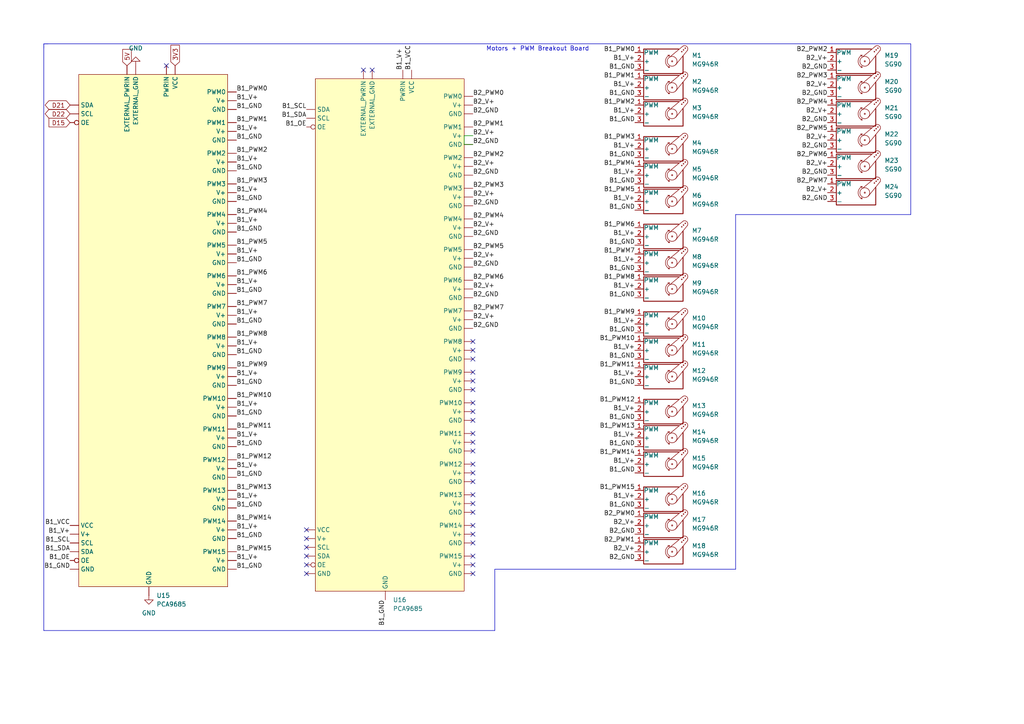
<source format=kicad_sch>
(kicad_sch (version 20231120) (generator "eeschema") (generator_version "8.0")
  (paper "A4")
  (title_block (company "Topographic Robot"))
  (lib_symbols
    (symbol "Motor:Motor_Servo" (pin_names (offset 0.0254))
      (property "Reference" "M" (at -5.08 4.445 0))
      (property "Value" "Motor_Servo" (at -5.08 -4.064 0))
      (symbol "Motor_Servo_0_1"
        (polyline (pts (xy 2.413 -1.778) (xy 2.032 -1.778)))
        (polyline (pts (xy 2.413 -1.778) (xy 2.286 -1.397)))
        (polyline (pts (xy 2.413 1.778) (xy 1.905 1.778)))
        (polyline (pts (xy 2.413 1.778) (xy 2.286 1.397)))
        (polyline (pts (xy 6.35 4.445) (xy 2.54 1.27)))
        (polyline (pts (xy 7.62 3.175) (xy 4.191 -1.016)))
        (polyline (pts (xy 5.08 3.556) (xy -5.08 3.556) (xy -5.08 -3.556) (xy 6.35 -3.556) (xy 6.35 1.524)) (stroke (width 0.254)))
        (arc (start 2.413 1.778) (mid 1.2406 0) (end 2.413 -1.778))
        (circle (center 3.175 0) (radius 0.1778))
        (circle (center 3.175 0) (radius 1.4224))
        (circle (center 5.969 2.794) (radius 0.127))
        (circle (center 6.477 3.302) (radius 0.127))
        (circle (center 6.985 3.81) (radius 0.127))
        (arc (start 7.62 3.175) (mid 7.4485 4.2735) (end 6.35 4.445))
      )
      (symbol "Motor_Servo_1_1"
        (pin passive line (at -7.62 2.54 0) (length 2.54) (name "PWM") (number "1"))
        (pin passive line (at -7.62 0 0) (length 2.54) (name "+") (number "2"))
        (pin passive line (at -7.62 -2.54 0) (length 2.54) (name "-") (number "3"))
      )
    )
    (symbol "Movement:PCA9685"
      (property "Reference" "U" (at 33.528 -76.962 0))
      (property "Value" "PCA9685" (at 32.258 -78.994 0))
      (symbol "PCA9685_0_1"
        (rectangle (start -20.32 74.93) (end 22.86 -73.66) (fill (type background)))
      )
      (symbol "PCA9685_1_1"
        (pin power_in line (at -3.81 77.47 270) (length 2.54) (name "EXTERNAL_GND") (number ""))
        (pin power_in line (at -6.35 77.47 270) (length 2.54) (name "EXTERNAL_PWRIN") (number ""))
        (pin power_out line (at -22.86 -68.58 0) (length 2.54) (name "GND") (number ""))
        (pin power_in line (at 0 -76.2 90) (length 2.54) (name "GND") (number ""))
        (pin power_out line (at 25.4 -68.58 180) (length 2.54) (name "GND") (number ""))
        (pin power_out line (at 25.4 -59.69 180) (length 2.54) (name "GND") (number ""))
        (pin power_out line (at 25.4 -50.8 180) (length 2.54) (name "GND") (number ""))
        (pin power_out line (at 25.4 -41.91 180) (length 2.54) (name "GND") (number ""))
        (pin power_out line (at 25.4 -33.02 180) (length 2.54) (name "GND") (number ""))
        (pin power_out line (at 25.4 -24.13 180) (length 2.54) (name "GND") (number ""))
        (pin power_out line (at 25.4 -15.24 180) (length 2.54) (name "GND") (number ""))
        (pin power_out line (at 25.4 -6.35 180) (length 2.54) (name "GND") (number ""))
        (pin power_out line (at 25.4 2.54 180) (length 2.54) (name "GND") (number ""))
        (pin power_out line (at 25.4 11.43 180) (length 2.54) (name "GND") (number ""))
        (pin power_out line (at 25.4 20.32 180) (length 2.54) (name "GND") (number ""))
        (pin power_out line (at 25.4 29.21 180) (length 2.54) (name "GND") (number ""))
        (pin power_out line (at 25.4 38.1 180) (length 2.54) (name "GND") (number ""))
        (pin power_out line (at 25.4 46.99 180) (length 2.54) (name "GND") (number ""))
        (pin power_out line (at 25.4 55.88 180) (length 2.54) (name "GND") (number ""))
        (pin power_out line (at 25.4 64.77 180) (length 2.54) (name "GND") (number ""))
        (pin output inverted (at -22.86 -66.04 0) (length 2.54) (name "OE") (number ""))
        (pin input inverted (at -22.86 60.96 0) (length 2.54) (name "OE") (number ""))
        (pin output line (at 25.4 69.85 180) (length 2.54) (name "PWM0") (number ""))
        (pin output line (at 25.4 60.96 180) (length 2.54) (name "PWM1") (number ""))
        (pin output line (at 25.4 -19.05 180) (length 2.54) (name "PWM10") (number ""))
        (pin output line (at 25.4 -27.94 180) (length 2.54) (name "PWM11") (number ""))
        (pin output line (at 25.4 -36.83 180) (length 2.54) (name "PWM12") (number ""))
        (pin output line (at 25.4 -45.72 180) (length 2.54) (name "PWM13") (number ""))
        (pin output line (at 25.4 -54.61 180) (length 2.54) (name "PWM14") (number ""))
        (pin output line (at 25.4 -63.5 180) (length 2.54) (name "PWM15") (number ""))
        (pin output line (at 25.4 52.07 180) (length 2.54) (name "PWM2") (number ""))
        (pin output line (at 25.4 43.18 180) (length 2.54) (name "PWM3") (number ""))
        (pin output line (at 25.4 34.29 180) (length 2.54) (name "PWM4") (number ""))
        (pin output line (at 25.4 25.4 180) (length 2.54) (name "PWM5") (number ""))
        (pin output line (at 25.4 16.51 180) (length 2.54) (name "PWM6") (number ""))
        (pin output line (at 25.4 7.62 180) (length 2.54) (name "PWM7") (number ""))
        (pin output line (at 25.4 -1.27 180) (length 2.54) (name "PWM8") (number ""))
        (pin output line (at 25.4 -10.16 180) (length 2.54) (name "PWM9") (number ""))
        (pin power_in line (at 5.08 77.47 270) (length 2.54) (name "PWRIN") (number ""))
        (pin bidirectional line (at -22.86 -60.96 0) (length 2.54) (name "SCL") (number ""))
        (pin bidirectional line (at -22.86 63.5 0) (length 2.54) (name "SCL") (number ""))
        (pin bidirectional line (at -22.86 -63.5 0) (length 2.54) (name "SDA") (number ""))
        (pin bidirectional line (at -22.86 66.04 0) (length 2.54) (name "SDA") (number ""))
        (pin power_out line (at -22.86 -58.42 0) (length 2.54) (name "V+") (number ""))
        (pin power_out line (at 25.4 -66.04 180) (length 2.54) (name "V+") (number ""))
        (pin power_out line (at 25.4 -57.15 180) (length 2.54) (name "V+") (number ""))
        (pin power_out line (at 25.4 -48.26 180) (length 2.54) (name "V+") (number ""))
        (pin power_out line (at 25.4 -39.37 180) (length 2.54) (name "V+") (number ""))
        (pin power_out line (at 25.4 -30.48 180) (length 2.54) (name "V+") (number ""))
        (pin power_out line (at 25.4 -21.59 180) (length 2.54) (name "V+") (number ""))
        (pin power_out line (at 25.4 -12.7 180) (length 2.54) (name "V+") (number ""))
        (pin power_out line (at 25.4 -3.81 180) (length 2.54) (name "V+") (number ""))
        (pin power_out line (at 25.4 5.08 180) (length 2.54) (name "V+") (number ""))
        (pin power_out line (at 25.4 13.97 180) (length 2.54) (name "V+") (number ""))
        (pin power_out line (at 25.4 22.86 180) (length 2.54) (name "V+") (number ""))
        (pin power_out line (at 25.4 31.75 180) (length 2.54) (name "V+") (number ""))
        (pin power_out line (at 25.4 40.64 180) (length 2.54) (name "V+") (number ""))
        (pin power_out line (at 25.4 49.53 180) (length 2.54) (name "V+") (number ""))
        (pin power_out line (at 25.4 58.42 180) (length 2.54) (name "V+") (number ""))
        (pin power_out line (at 25.4 67.31 180) (length 2.54) (name "V+") (number ""))
        (pin power_out line (at -22.86 -55.88 0) (length 2.54) (name "VCC") (number ""))
        (pin power_in line (at 7.62 77.47 270) (length 2.54) (name "VCC") (number ""))
      )
    )
    (symbol "power:GND" (power) (pin_numbers hide) (pin_names (offset 0) hide)
      (property "Value" "GND" (at 0 -3.81 0))
      (symbol "GND_0_1"
        (polyline (pts (xy 0 0) (xy 0 -1.27) (xy 1.27 -1.27) (xy 0 -2.54) (xy -1.27 -1.27) (xy 0 -1.27)))
      )
      (symbol "GND_1_1"
        (pin power_in line (at 0 0 270) (length 0) (name "~") (number "1"))
      )
    )
  )
  (no_connect (at 137.16 154.94))
  (no_connect (at 137.16 166.37))
  (no_connect (at 137.16 121.92))
  (no_connect (at 105.41 20.32))
  (no_connect (at 88.9 158.75))
  (no_connect (at 48.26 19.05))
  (no_connect (at 137.16 163.83))
  (no_connect (at 137.16 139.7))
  (no_connect (at 137.16 130.81))
  (no_connect (at 137.16 148.59))
  (no_connect (at 137.16 137.16))
  (no_connect (at 137.16 161.29))
  (no_connect (at 137.16 104.14))
  (no_connect (at 137.16 99.06))
  (no_connect (at 137.16 110.49))
  (no_connect (at 88.9 166.37))
  (no_connect (at 137.16 125.73))
  (no_connect (at 137.16 143.51))
  (no_connect (at 137.16 119.38))
  (no_connect (at 137.16 146.05))
  (no_connect (at 88.9 163.83))
  (no_connect (at 137.16 113.03))
  (no_connect (at 88.9 153.67))
  (no_connect (at 137.16 134.62))
  (no_connect (at 137.16 157.48))
  (no_connect (at 88.9 161.29))
  (no_connect (at 137.16 152.4))
  (no_connect (at 107.95 20.32))
  (no_connect (at 137.16 128.27))
  (no_connect (at 137.16 116.84))
  (no_connect (at 137.16 101.6))
  (no_connect (at 137.16 107.95))
  (no_connect (at 88.9 156.21))
  (wire (pts (xy 134.62 39.37) (xy 134.62 41.91)))
  (polyline (pts (xy 12.7 12.7) (xy 12.7 13.97)))
  (polyline (pts (xy 143.51 182.88) (xy 12.7 182.88)))
  (wire (pts (xy 137.16 39.37) (xy 134.62 39.37)))
  (polyline (pts (xy 12.7 12.7) (xy 13.97 12.7)))
  (polyline (pts (xy 12.7 12.7) (xy 264.16 12.7)))
  (polyline (pts (xy 213.36 165.1) (xy 143.51 165.1)))
  (polyline (pts (xy 12.7 182.88) (xy 12.7 12.7)))
  (polyline (pts (xy 213.36 62.23) (xy 213.36 165.1)))
  (wire (pts (xy 134.62 41.91) (xy 137.16 41.91)))
  (polyline (pts (xy 264.16 62.23) (xy 213.36 62.23)))
  (polyline (pts (xy 143.51 165.1) (xy 143.51 182.88)))
  (polyline (pts (xy 264.16 12.7) (xy 264.16 62.23)))
  (text "Motors + PWM Breakout Board" (at 155.956 14.224 0) (effects (font (size 1.27 1.27))))
  (label "B1_PWM3" (at 184.15 40.64 180))
  (label "B1_GND" (at 68.58 58.42 0))
  (label "B1_PWM9" (at 184.15 91.44 180))
  (label "B1_V+" (at 68.58 100.33 0))
  (label "B1_PWM14" (at 184.15 132.08 180))
  (label "B1_GND" (at 68.58 165.1 0))
  (label "B1_PWM2" (at 184.15 30.48 180))
  (label "B2_PWM7" (at 240.03 53.34 180))
  (label "B1_PWM13" (at 184.15 124.46 180))
  (label "B1_PWM14" (at 68.58 151.13 0))
  (label "B2_V+" (at 240.03 17.78 180))
  (label "B1_SDA" (at 20.32 160.02 180))
  (label "B2_V+" (at 137.16 74.93 0))
  (label "B2_GND" (at 240.03 27.94 180))
  (label "B1_V+" (at 184.15 43.18 180))
  (label "B1_PWM10" (at 68.58 115.57 0))
  (label "B1_GND" (at 20.32 165.1 180))
  (label "B1_PWM7" (at 184.15 73.66 180))
  (label "B1_V+" (at 68.58 127 0))
  (label "B2_PWM1" (at 184.15 157.48 180))
  (label "B1_PWM1" (at 184.15 22.86 180))
  (label "B2_V+" (at 240.03 33.02 180))
  (label "B1_GND" (at 184.15 53.34 180))
  (label "B2_V+" (at 137.16 39.37 0))
  (label "B1_PWM15" (at 184.15 142.24 180))
  (label "B2_GND" (at 240.03 35.56 180))
  (label "B1_V+" (at 184.15 50.8 180))
  (label "B2_V+" (at 137.16 92.71 0))
  (label "B1_GND" (at 68.58 85.09 0))
  (label "B1_V+" (at 184.15 33.02 180))
  (label "B2_PWM6" (at 240.03 45.72 180))
  (label "B1_PWM11" (at 68.58 124.46 0))
  (label "B1_V+" (at 68.58 73.66 0))
  (label "B1_PWM8" (at 68.58 97.79 0))
  (label "B1_GND" (at 68.58 102.87 0))
  (label "B1_V+" (at 68.58 64.77 0))
  (label "B2_V+" (at 184.15 152.4 180))
  (label "B1_GND" (at 68.58 111.76 0))
  (label "B1_GND" (at 68.58 138.43 0))
  (label "B1_PWM9" (at 68.58 106.68 0))
  (label "B1_PWM4" (at 184.15 48.26 180))
  (label "B2_V+" (at 137.16 83.82 0))
  (label "B2_V+" (at 137.16 66.04 0))
  (label "B2_GND" (at 137.16 68.58 0))
  (label "B2_GND" (at 137.16 41.91 0))
  (label "B1_SCL" (at 88.9 31.75 180))
  (label "B1_GND" (at 68.58 49.53 0))
  (label "B1_V+" (at 68.58 144.78 0))
  (label "B1_VCC" (at 20.32 152.4 180))
  (label "B2_GND" (at 240.03 43.18 180))
  (label "B1_V+" (at 68.58 109.22 0))
  (label "B1_PWM12" (at 184.15 116.84 180))
  (label "B1_GND" (at 68.58 40.64 0))
  (label "B2_GND" (at 137.16 33.02 0))
  (label "B1_GND" (at 68.58 147.32 0))
  (label "B1_V+" (at 184.15 134.62 180))
  (label "B2_V+" (at 137.16 48.26 0))
  (label "B1_V+" (at 68.58 55.88 0))
  (label "B1_PWM8" (at 184.15 81.28 180))
  (label "B2_PWM3" (at 137.16 54.61 0))
  (label "B1_PWM0" (at 184.15 15.24 180))
  (label "B1_PWM6" (at 184.15 66.04 180))
  (label "B1_V+" (at 184.15 109.22 180))
  (label "B2_V+" (at 240.03 25.4 180))
  (label "B1_PWM13" (at 68.58 142.24 0))
  (label "B1_OE" (at 20.32 162.56 180))
  (label "B1_GND" (at 184.15 121.92 180))
  (label "B1_GND" (at 184.15 60.96 180))
  (label "B1_PWM11" (at 184.15 106.68 180))
  (label "B1_PWM5" (at 184.15 55.88 180))
  (label "B1_GND" (at 184.15 27.94 180))
  (label "B1_PWM7" (at 68.58 88.9 0))
  (label "B1_PWM6" (at 68.58 80.01 0))
  (label "B2_GND" (at 137.16 95.25 0))
  (label "B2_PWM3" (at 240.03 22.86 180))
  (label "B1_GND" (at 68.58 31.75 0))
  (label "B1_SDA" (at 88.9 34.29 180))
  (label "B1_PWM1" (at 68.58 35.56 0))
  (label "B1_V+" (at 184.15 76.2 180))
  (label "B1_VCC" (at 119.38 20.32 90))
  (label "B2_PWM5" (at 137.16 72.39 0))
  (label "B2_PWM4" (at 137.16 63.5 0))
  (label "B2_PWM0" (at 137.16 27.94 0))
  (label "B2_V+" (at 137.16 30.48 0))
  (label "B1_PWM12" (at 68.58 133.35 0))
  (label "B2_GND" (at 240.03 58.42 180))
  (label "B1_PWM2" (at 68.58 44.45 0))
  (label "B1_V+" (at 68.58 82.55 0))
  (label "B1_V+" (at 116.84 20.32 90))
  (label "B1_GND" (at 184.15 78.74 180))
  (label "B1_V+" (at 68.58 29.21 0))
  (label "B2_V+" (at 137.16 57.15 0))
  (label "B1_SCL" (at 20.32 157.48 180))
  (label "B1_GND" (at 184.15 96.52 180))
  (label "B1_GND" (at 68.58 93.98 0))
  (label "B1_V+" (at 184.15 68.58 180))
  (label "B1_PWM10" (at 184.15 99.06 180))
  (label "B2_GND" (at 137.16 50.8 0))
  (label "B1_GND" (at 184.15 104.14 180))
  (label "B1_GND" (at 184.15 147.32 180))
  (label "B1_GND" (at 184.15 129.54 180))
  (label "B1_V+" (at 184.15 93.98 180))
  (label "B1_PWM5" (at 68.58 71.12 0))
  (label "B2_V+" (at 184.15 160.02 180))
  (label "B1_V+" (at 68.58 135.89 0))
  (label "B1_V+" (at 68.58 46.99 0))
  (label "B1_GND" (at 184.15 86.36 180))
  (label "B1_V+" (at 184.15 17.78 180))
  (label "B1_V+" (at 68.58 91.44 0))
  (label "B2_PWM1" (at 137.16 36.83 0))
  (label "B2_PWM2" (at 240.03 15.24 180))
  (label "B1_GND" (at 68.58 156.21 0))
  (label "B2_V+" (at 240.03 48.26 180))
  (label "B2_GND" (at 240.03 20.32 180))
  (label "B2_V+" (at 240.03 55.88 180))
  (label "B1_GND" (at 68.58 129.54 0))
  (label "B1_V+" (at 184.15 101.6 180))
  (label "B2_GND" (at 137.16 59.69 0))
  (label "B2_PWM5" (at 240.03 38.1 180))
  (label "B1_PWM0" (at 68.58 26.67 0))
  (label "B1_GND" (at 184.15 35.56 180))
  (label "B2_GND" (at 184.15 162.56 180))
  (label "B2_PWM0" (at 184.15 149.86 180))
  (label "B1_OE" (at 88.9 36.83 180))
  (label "B1_GND" (at 184.15 137.16 180))
  (label "B1_GND" (at 184.15 20.32 180))
  (label "B1_GND" (at 184.15 71.12 180))
  (label "B2_PWM2" (at 137.16 45.72 0))
  (label "B1_GND" (at 111.76 173.99 270))
  (label "B1_PWM15" (at 68.58 160.02 0))
  (label "B2_GND" (at 240.03 50.8 180))
  (label "B1_V+" (at 184.15 119.38 180))
  (label "B1_GND" (at 184.15 111.76 180))
  (label "B2_GND" (at 137.16 77.47 0))
  (label "B1_V+" (at 68.58 162.56 0))
  (label "B1_GND" (at 68.58 76.2 0))
  (label "B2_PWM7" (at 137.16 90.17 0))
  (label "B1_V+" (at 184.15 144.78 180))
  (label "B1_PWM3" (at 68.58 53.34 0))
  (label "B1_V+" (at 68.58 153.67 0))
  (label "B1_V+" (at 184.15 127 180))
  (label "B1_V+" (at 68.58 118.11 0))
  (label "B1_V+" (at 184.15 83.82 180))
  (label "B1_V+" (at 184.15 58.42 180))
  (label "B1_GND" (at 68.58 120.65 0))
  (label "B2_V+" (at 240.03 40.64 180))
  (label "B1_PWM4" (at 68.58 62.23 0))
  (label "B1_V+" (at 68.58 38.1 0))
  (label "B2_PWM6" (at 137.16 81.28 0))
  (label "B2_PWM4" (at 240.03 30.48 180))
  (label "B1_V+" (at 184.15 25.4 180))
  (label "B1_GND" (at 68.58 67.31 0))
  (label "B1_V+" (at 20.32 154.94 180))
  (label "B2_GND" (at 137.16 86.36 0))
  (label "B1_GND" (at 184.15 45.72 180))
  (label "B2_GND" (at 184.15 154.94 180))
  (global_label "D15" (shape input) (at 20.32 35.56 180) (property "Intersheetrefs" "${INTERSHEET_REFS}" (effects (hide yes))))
  (global_label "3V3" (shape input) (at 50.8 19.05 90) (property "Intersheetrefs" "${INTERSHEET_REFS}" (effects (hide yes))))
  (global_label "5V" (shape input) (at 36.83 19.05 90) (property "Intersheetrefs" "${INTERSHEET_REFS}" (effects (hide yes))))
  (global_label "D21" (shape bidirectional) (at 20.32 30.48 180) (property "Intersheetrefs" "${INTERSHEET_REFS}" (effects (hide yes))))
  (global_label "D22" (shape bidirectional) (at 20.32 33.02 180) (property "Intersheetrefs" "${INTERSHEET_REFS}" (effects (hide yes))))
  (symbol (lib_id "Movement:PCA9685") (at 43.18 96.52 0) (unit 1)
    (property "Reference" "U15" (at 45.3741 172.72 0) (effects (justify left)))
    (property "Value" "PCA9685" (at 45.3741 175.26 0) (effects (justify left)))
  )
  (symbol (lib_id "Motor:Motor_Servo") (at 191.77 58.42 0) (unit 1)
    (property "Reference" "M6" (at 200.66 56.7165 0) (effects (justify left)))
    (property "Value" "MG946R" (at 200.66 59.2565 0) (effects (justify left)))
    (property "Datasheet" "http://forums.parallax.com/uploads/attachments/46831/74481.png" (effects (hide yes)))
    (property "Description" "Servo Motor (Futaba, HiTec, JR connector)" (effects (hide yes)))
  )
  (symbol (lib_id "Motor:Motor_Servo") (at 191.77 93.98 0) (unit 1)
    (property "Reference" "M10" (at 200.66 92.2765 0) (effects (justify left)))
    (property "Value" "MG946R" (at 200.66 94.8165 0) (effects (justify left)))
    (property "Datasheet" "http://forums.parallax.com/uploads/attachments/46831/74481.png" (effects (hide yes)))
    (property "Description" "Servo Motor (Futaba, HiTec, JR connector)" (effects (hide yes)))
  )
  (symbol (lib_id "Motor:Motor_Servo") (at 191.77 134.62 0) (unit 1)
    (property "Reference" "M15" (at 200.66 132.9165 0) (effects (justify left)))
    (property "Value" "MG946R" (at 200.66 135.4565 0) (effects (justify left)))
    (property "Datasheet" "http://forums.parallax.com/uploads/attachments/46831/74481.png" (effects (hide yes)))
    (property "Description" "Servo Motor (Futaba, HiTec, JR connector)" (effects (hide yes)))
  )
  (symbol (lib_id "Movement:PCA9685") (at 111.76 97.79 0) (unit 1)
    (property "Reference" "U16" (at 113.9541 173.99 0) (effects (justify left)))
    (property "Value" "PCA9685" (at 113.9541 176.53 0) (effects (justify left)))
  )
  (symbol (lib_id "Motor:Motor_Servo") (at 247.65 55.88 0) (unit 1)
    (property "Reference" "M24" (at 256.54 54.1765 0) (effects (justify left)))
    (property "Value" "SG90" (at 256.54 56.7165 0) (effects (justify left)))
    (property "Datasheet" "http://forums.parallax.com/uploads/attachments/46831/74481.png" (effects (hide yes)))
    (property "Description" "Servo Motor (Futaba, HiTec, JR connector)" (effects (hide yes)))
  )
  (symbol (lib_id "Motor:Motor_Servo") (at 191.77 17.78 0) (unit 1)
    (property "Reference" "M1" (at 200.66 16.0765 0) (effects (justify left)))
    (property "Value" "MG946R" (at 200.66 18.6165 0) (effects (justify left)))
    (property "Datasheet" "http://forums.parallax.com/uploads/attachments/46831/74481.png" (effects (hide yes)))
    (property "Description" "Servo Motor (Futaba, HiTec, JR connector)" (effects (hide yes)))
  )
  (symbol (lib_id "Motor:Motor_Servo") (at 191.77 101.6 0) (unit 1)
    (property "Reference" "M11" (at 200.66 99.8965 0) (effects (justify left)))
    (property "Value" "MG946R" (at 200.66 102.4365 0) (effects (justify left)))
    (property "Datasheet" "http://forums.parallax.com/uploads/attachments/46831/74481.png" (effects (hide yes)))
    (property "Description" "Servo Motor (Futaba, HiTec, JR connector)" (effects (hide yes)))
  )
  (symbol (lib_id "Motor:Motor_Servo") (at 191.77 127 0) (unit 1)
    (property "Reference" "M14" (at 200.66 125.2965 0) (effects (justify left)))
    (property "Value" "MG946R" (at 200.66 127.8365 0) (effects (justify left)))
    (property "Datasheet" "http://forums.parallax.com/uploads/attachments/46831/74481.png" (effects (hide yes)))
    (property "Description" "Servo Motor (Futaba, HiTec, JR connector)" (effects (hide yes)))
  )
  (symbol (lib_id "power:GND") (at 39.37 19.05 180) (unit 1)
    (property "Reference" "#PWR057" (effects (hide yes)))
    (property "Value" "GND" (at 39.37 13.97 0))
    (property "Description" "Power symbol creates a global label with name \"GND\" , ground" (effects (hide yes)))
  )
  (symbol (lib_id "Motor:Motor_Servo") (at 247.65 25.4 0) (unit 1)
    (property "Reference" "M20" (at 256.54 23.6965 0) (effects (justify left)))
    (property "Value" "SG90" (at 256.54 26.2365 0) (effects (justify left)))
    (property "Datasheet" "http://forums.parallax.com/uploads/attachments/46831/74481.png" (effects (hide yes)))
    (property "Description" "Servo Motor (Futaba, HiTec, JR connector)" (effects (hide yes)))
  )
  (symbol (lib_id "Motor:Motor_Servo") (at 191.77 43.18 0) (unit 1)
    (property "Reference" "M4" (at 200.66 41.4765 0) (effects (justify left)))
    (property "Value" "MG946R" (at 200.66 44.0165 0) (effects (justify left)))
    (property "Datasheet" "http://forums.parallax.com/uploads/attachments/46831/74481.png" (effects (hide yes)))
    (property "Description" "Servo Motor (Futaba, HiTec, JR connector)" (effects (hide yes)))
  )
  (symbol (lib_id "Motor:Motor_Servo") (at 191.77 68.58 0) (unit 1)
    (property "Reference" "M7" (at 200.66 66.8765 0) (effects (justify left)))
    (property "Value" "MG946R" (at 200.66 69.4165 0) (effects (justify left)))
    (property "Datasheet" "http://forums.parallax.com/uploads/attachments/46831/74481.png" (effects (hide yes)))
    (property "Description" "Servo Motor (Futaba, HiTec, JR connector)" (effects (hide yes)))
  )
  (symbol (lib_id "Motor:Motor_Servo") (at 191.77 76.2 0) (unit 1)
    (property "Reference" "M8" (at 200.66 74.4965 0) (effects (justify left)))
    (property "Value" "MG946R" (at 200.66 77.0365 0) (effects (justify left)))
    (property "Datasheet" "http://forums.parallax.com/uploads/attachments/46831/74481.png" (effects (hide yes)))
    (property "Description" "Servo Motor (Futaba, HiTec, JR connector)" (effects (hide yes)))
  )
  (symbol (lib_id "Motor:Motor_Servo") (at 191.77 33.02 0) (unit 1)
    (property "Reference" "M3" (at 200.66 31.3165 0) (effects (justify left)))
    (property "Value" "MG946R" (at 200.66 33.8565 0) (effects (justify left)))
    (property "Datasheet" "http://forums.parallax.com/uploads/attachments/46831/74481.png" (effects (hide yes)))
    (property "Description" "Servo Motor (Futaba, HiTec, JR connector)" (effects (hide yes)))
  )
  (symbol (lib_id "Motor:Motor_Servo") (at 247.65 40.64 0) (unit 1)
    (property "Reference" "M22" (at 256.54 38.9365 0) (effects (justify left)))
    (property "Value" "SG90" (at 256.54 41.4765 0) (effects (justify left)))
    (property "Datasheet" "http://forums.parallax.com/uploads/attachments/46831/74481.png" (effects (hide yes)))
    (property "Description" "Servo Motor (Futaba, HiTec, JR connector)" (effects (hide yes)))
  )
  (symbol (lib_id "Motor:Motor_Servo") (at 247.65 17.78 0) (unit 1)
    (property "Reference" "M19" (at 256.54 16.0765 0) (effects (justify left)))
    (property "Value" "SG90" (at 256.54 18.6165 0) (effects (justify left)))
    (property "Datasheet" "http://forums.parallax.com/uploads/attachments/46831/74481.png" (effects (hide yes)))
    (property "Description" "Servo Motor (Futaba, HiTec, JR connector)" (effects (hide yes)))
  )
  (symbol (lib_id "Motor:Motor_Servo") (at 191.77 25.4 0) (unit 1)
    (property "Reference" "M2" (at 200.66 23.6965 0) (effects (justify left)))
    (property "Value" "MG946R" (at 200.66 26.2365 0) (effects (justify left)))
    (property "Datasheet" "http://forums.parallax.com/uploads/attachments/46831/74481.png" (effects (hide yes)))
    (property "Description" "Servo Motor (Futaba, HiTec, JR connector)" (effects (hide yes)))
  )
  (symbol (lib_id "Motor:Motor_Servo") (at 191.77 50.8 0) (unit 1)
    (property "Reference" "M5" (at 200.66 49.0965 0) (effects (justify left)))
    (property "Value" "MG946R" (at 200.66 51.6365 0) (effects (justify left)))
    (property "Datasheet" "http://forums.parallax.com/uploads/attachments/46831/74481.png" (effects (hide yes)))
    (property "Description" "Servo Motor (Futaba, HiTec, JR connector)" (effects (hide yes)))
  )
  (symbol (lib_id "Motor:Motor_Servo") (at 247.65 33.02 0) (unit 1)
    (property "Reference" "M21" (at 256.54 31.3165 0) (effects (justify left)))
    (property "Value" "SG90" (at 256.54 33.8565 0) (effects (justify left)))
    (property "Datasheet" "http://forums.parallax.com/uploads/attachments/46831/74481.png" (effects (hide yes)))
    (property "Description" "Servo Motor (Futaba, HiTec, JR connector)" (effects (hide yes)))
  )
  (symbol (lib_id "power:GND") (at 43.18 172.72 0) (unit 1)
    (property "Reference" "#PWR055" (effects (hide yes)))
    (property "Value" "GND" (at 43.18 177.8 0))
    (property "Description" "Power symbol creates a global label with name \"GND\" , ground" (effects (hide yes)))
  )
  (symbol (lib_id "Motor:Motor_Servo") (at 191.77 119.38 0) (unit 1)
    (property "Reference" "M13" (at 200.66 117.6765 0) (effects (justify left)))
    (property "Value" "MG946R" (at 200.66 120.2165 0) (effects (justify left)))
    (property "Datasheet" "http://forums.parallax.com/uploads/attachments/46831/74481.png" (effects (hide yes)))
    (property "Description" "Servo Motor (Futaba, HiTec, JR connector)" (effects (hide yes)))
  )
  (symbol (lib_id "Motor:Motor_Servo") (at 191.77 152.4 0) (unit 1)
    (property "Reference" "M17" (at 200.66 150.6965 0) (effects (justify left)))
    (property "Value" "MG946R" (at 200.66 153.2365 0) (effects (justify left)))
    (property "Datasheet" "http://forums.parallax.com/uploads/attachments/46831/74481.png" (effects (hide yes)))
    (property "Description" "Servo Motor (Futaba, HiTec, JR connector)" (effects (hide yes)))
  )
  (symbol (lib_id "Motor:Motor_Servo") (at 191.77 160.02 0) (unit 1)
    (property "Reference" "M18" (at 200.66 158.3165 0) (effects (justify left)))
    (property "Value" "MG946R" (at 200.66 160.8565 0) (effects (justify left)))
    (property "Datasheet" "http://forums.parallax.com/uploads/attachments/46831/74481.png" (effects (hide yes)))
    (property "Description" "Servo Motor (Futaba, HiTec, JR connector)" (effects (hide yes)))
  )
  (symbol (lib_id "Motor:Motor_Servo") (at 191.77 109.22 0) (unit 1)
    (property "Reference" "M12" (at 200.66 107.5165 0) (effects (justify left)))
    (property "Value" "MG946R" (at 200.66 110.0565 0) (effects (justify left)))
    (property "Datasheet" "http://forums.parallax.com/uploads/attachments/46831/74481.png" (effects (hide yes)))
    (property "Description" "Servo Motor (Futaba, HiTec, JR connector)" (effects (hide yes)))
  )
  (symbol (lib_id "Motor:Motor_Servo") (at 247.65 48.26 0) (unit 1)
    (property "Reference" "M23" (at 256.54 46.5565 0) (effects (justify left)))
    (property "Value" "SG90" (at 256.54 49.0965 0) (effects (justify left)))
    (property "Datasheet" "http://forums.parallax.com/uploads/attachments/46831/74481.png" (effects (hide yes)))
    (property "Description" "Servo Motor (Futaba, HiTec, JR connector)" (effects (hide yes)))
  )
  (symbol (lib_id "Motor:Motor_Servo") (at 191.77 144.78 0) (unit 1)
    (property "Reference" "M16" (at 200.66 143.0765 0) (effects (justify left)))
    (property "Value" "MG946R" (at 200.66 145.6165 0) (effects (justify left)))
    (property "Datasheet" "http://forums.parallax.com/uploads/attachments/46831/74481.png" (effects (hide yes)))
    (property "Description" "Servo Motor (Futaba, HiTec, JR connector)" (effects (hide yes)))
  )
  (symbol (lib_id "Motor:Motor_Servo") (at 191.77 83.82 0) (unit 1)
    (property "Reference" "M9" (at 200.66 82.1165 0) (effects (justify left)))
    (property "Value" "MG946R" (at 200.66 84.6565 0) (effects (justify left)))
    (property "Datasheet" "http://forums.parallax.com/uploads/attachments/46831/74481.png" (effects (hide yes)))
    (property "Description" "Servo Motor (Futaba, HiTec, JR connector)" (effects (hide yes)))
  )
)
</source>
